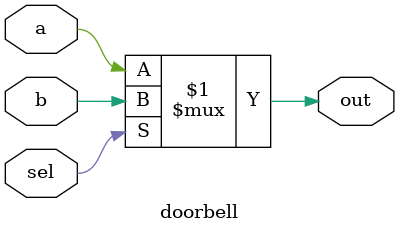
<source format=v>

`timescale 1ns / 100ps

module doorbell(a,b,sel,out);
	input a,b,sel;
	output out;
    
    // if sel is 1, out = b, else out = a
    // #5 adds a 5 tick time delay

	assign #5 out = sel ? b : a;                
      
endmodule

</source>
